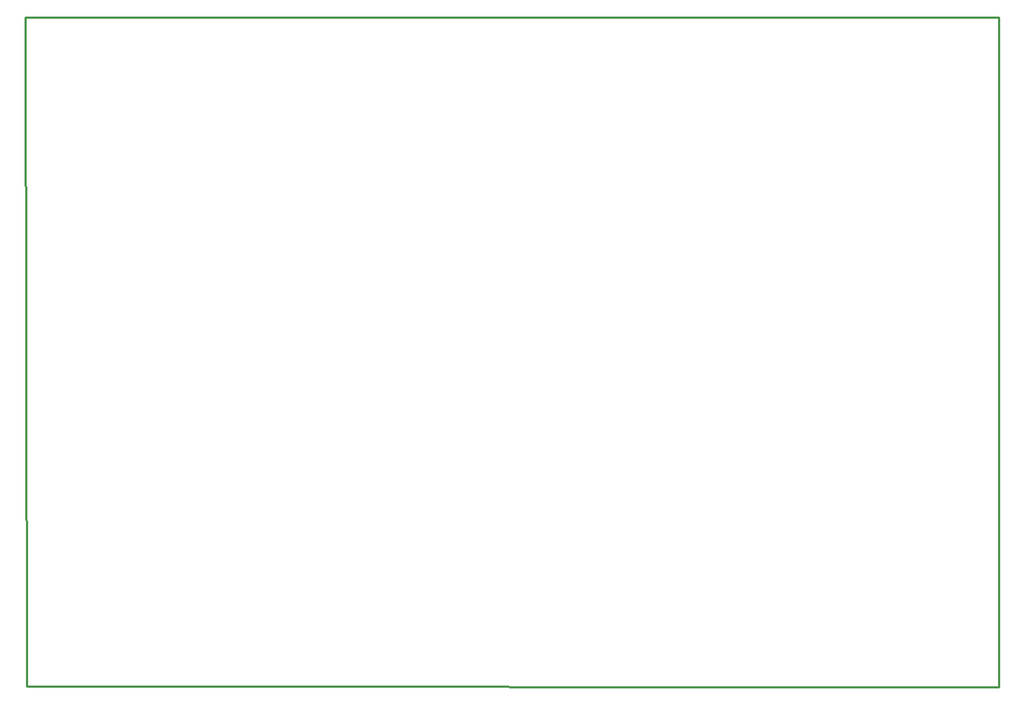
<source format=gko>
G04 Layer: BoardOutlineLayer*
G04 EasyEDA v6.5.23, 2023-05-22 12:01:23*
G04 2ef3873b6a8849e1a700537b5c5aa0b8,043974f40ccd47e6b80d377579d0ea0a,10*
G04 Gerber Generator version 0.2*
G04 Scale: 100 percent, Rotated: No, Reflected: No *
G04 Dimensions in millimeters *
G04 leading zeros omitted , absolute positions ,4 integer and 5 decimal *
%FSLAX45Y45*%
%MOMM*%

%ADD10C,0.2540*%
D10*
X508000Y7874000D02*
G01*
X11937977Y7874000D01*
X11937977Y0D01*
X520700Y12700D01*
X508000Y7873984D01*

%LPD*%
M02*

</source>
